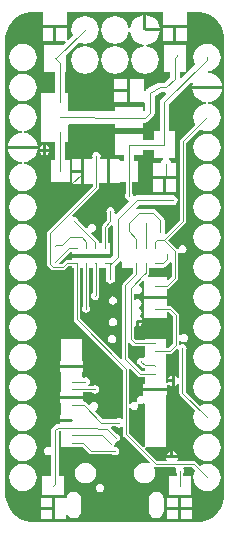
<source format=gbl>
G04*
G04 #@! TF.GenerationSoftware,Altium Limited,Altium Designer,19.1.8 (144)*
G04*
G04 Layer_Physical_Order=4*
G04 Layer_Color=16711680*
%FSLAX44Y44*%
%MOMM*%
G71*
G01*
G75*
G36*
X162160Y423854D02*
X166321Y422131D01*
X170065Y419629D01*
X173249Y416445D01*
X175751Y412701D01*
X177474Y408540D01*
X178353Y404124D01*
Y401872D01*
Y15792D01*
Y13541D01*
X177474Y9125D01*
X175751Y4964D01*
X173249Y1220D01*
X170065Y-1964D01*
X166321Y-4466D01*
X162160Y-6189D01*
X157744Y-7067D01*
X17062D01*
X14686Y-7067D01*
X10024Y-6140D01*
X5633Y-4321D01*
X1681Y-1681D01*
X-1681Y1681D01*
X-4321Y5633D01*
X-6140Y10024D01*
X-7067Y14686D01*
Y17062D01*
X-7067D01*
Y401872D01*
Y404124D01*
X-6189Y408540D01*
X-4466Y412701D01*
X-1964Y416445D01*
X1220Y419629D01*
X4964Y422131D01*
X9125Y423854D01*
X13541Y424733D01*
X24802D01*
Y414352D01*
X44882D01*
Y424733D01*
X126403D01*
Y414352D01*
X146482D01*
Y424733D01*
X157744D01*
X162160Y423854D01*
D02*
G37*
%LPC*%
G36*
X112312Y422228D02*
Y411017D01*
X123524D01*
X123260Y413020D01*
X121996Y416071D01*
X119986Y418690D01*
X117367Y420700D01*
X114316Y421964D01*
X112312Y422228D01*
D02*
G37*
G36*
X109773D02*
X107769Y421964D01*
X104718Y420700D01*
X102099Y418690D01*
X100089Y416071D01*
X98825Y413020D01*
X98484Y410431D01*
X98471Y410326D01*
X97190D01*
X97176Y410431D01*
X96870Y412755D01*
X95709Y415558D01*
X93862Y417966D01*
X91454Y419813D01*
X88651Y420974D01*
X85642Y421370D01*
X82634Y420974D01*
X79831Y419813D01*
X77424Y417966D01*
X75576Y415558D01*
X74415Y412755D01*
X74019Y409747D01*
X74415Y406738D01*
X75576Y403935D01*
X77424Y401527D01*
X79831Y399680D01*
X82634Y398519D01*
X85642Y398123D01*
X88651Y398519D01*
X91454Y399680D01*
X93862Y401527D01*
X95709Y403935D01*
X96870Y406738D01*
X97176Y409062D01*
X97190Y409167D01*
X98471D01*
X98484Y409062D01*
X98825Y406473D01*
X100089Y403422D01*
X102099Y400803D01*
X104718Y398793D01*
X107769Y397529D01*
X110358Y397188D01*
X110463Y397175D01*
Y395894D01*
X110358Y395880D01*
X108034Y395574D01*
X105231Y394413D01*
X102823Y392565D01*
X100976Y390158D01*
X99815Y387355D01*
X99419Y384347D01*
X99815Y381338D01*
X100976Y378535D01*
X102823Y376128D01*
X105231Y374280D01*
X108034Y373119D01*
X111042Y372723D01*
X114051Y373119D01*
X116854Y374280D01*
X119262Y376128D01*
X121109Y378535D01*
X122270Y381338D01*
X122666Y384347D01*
X122270Y387355D01*
X121109Y390158D01*
X119262Y392565D01*
X116854Y394413D01*
X114051Y395574D01*
X111727Y395880D01*
X111622Y395894D01*
Y397175D01*
X111727Y397188D01*
X114316Y397529D01*
X117367Y398793D01*
X119986Y400803D01*
X121996Y403422D01*
X123260Y406473D01*
X123524Y408476D01*
X111042D01*
Y409747D01*
X109773D01*
Y422228D01*
D02*
G37*
G36*
X60243Y421370D02*
X57234Y420974D01*
X54431Y419813D01*
X52024Y417966D01*
X50176Y415558D01*
X49015Y412755D01*
X48619Y409747D01*
X49015Y406738D01*
X49706Y405070D01*
X46153Y401516D01*
X44882Y402043D01*
Y411813D01*
X36112D01*
Y400793D01*
X43632D01*
X44159Y399523D01*
X41493Y396856D01*
X25819D01*
Y374309D01*
X34620D01*
Y356318D01*
X22953D01*
Y315170D01*
X35174D01*
Y299636D01*
X31288D01*
Y280588D01*
X47336D01*
Y299636D01*
X43461D01*
Y315170D01*
X46067D01*
Y329454D01*
X46967Y330349D01*
X85945Y330119D01*
Y326473D01*
X109059D01*
Y331346D01*
X111068D01*
X112654Y331661D01*
X113998Y332560D01*
X118097Y336659D01*
X118995Y338003D01*
X119311Y339589D01*
Y354070D01*
X125053Y356872D01*
X128223D01*
X128749Y355602D01*
X124622Y351476D01*
X123724Y350132D01*
X123409Y348546D01*
Y323904D01*
X118528D01*
Y316773D01*
X109059D01*
Y321647D01*
X85945D01*
Y303613D01*
X93358D01*
Y299137D01*
X89478D01*
X89042Y300152D01*
X81272D01*
Y290112D01*
Y280072D01*
X89042D01*
X89478Y281089D01*
X94737D01*
Y271835D01*
X94096Y270876D01*
X93830Y269538D01*
X94096Y268201D01*
X94854Y267066D01*
X95989Y266308D01*
X96923Y266123D01*
X97408Y265018D01*
X97423Y264827D01*
X86658Y254062D01*
X85228Y254428D01*
X85063Y254993D01*
X85329Y256331D01*
X85063Y257668D01*
X84305Y258803D01*
X83170Y259561D01*
X81833Y259827D01*
X80495Y259561D01*
X79360Y258803D01*
X78602Y257668D01*
X78336Y256331D01*
X78602Y254993D01*
X78984Y254422D01*
Y248821D01*
X75118Y244956D01*
X74501Y244031D01*
X74284Y242941D01*
X74284Y242941D01*
Y229468D01*
X73041D01*
X71981Y229994D01*
X71764Y231085D01*
X71147Y232009D01*
X71147Y232009D01*
X65723Y237432D01*
X65841Y238005D01*
X66226Y238726D01*
X67316Y238943D01*
X68451Y239700D01*
X69209Y240835D01*
X69475Y242173D01*
X69209Y243510D01*
X68451Y244645D01*
X67316Y245403D01*
X65979Y245669D01*
X64641Y245403D01*
X63506Y244645D01*
X62748Y243510D01*
X62532Y242420D01*
X61811Y242035D01*
X61238Y241917D01*
X54360Y248796D01*
X54226Y249469D01*
X53468Y250603D01*
X52334Y251361D01*
X50996Y251627D01*
X50964Y251621D01*
X49522Y252619D01*
X49479Y252871D01*
X71726Y275119D01*
X72287Y275959D01*
X72484Y276950D01*
Y280072D01*
X78732D01*
Y290112D01*
Y300152D01*
X73599D01*
X72920Y301423D01*
X73124Y301729D01*
X73391Y303067D01*
X73124Y304404D01*
X72367Y305539D01*
X71232Y306297D01*
X69894Y306563D01*
X68557Y306297D01*
X67422Y305539D01*
X66665Y304404D01*
X66398Y303067D01*
X66626Y301922D01*
X66357Y301320D01*
X65856Y300653D01*
X59583D01*
Y290112D01*
Y279573D01*
X67305D01*
Y278023D01*
X28566Y239284D01*
X28005Y238444D01*
X27808Y237453D01*
Y211817D01*
X28005Y210826D01*
X28566Y209986D01*
X31424Y207128D01*
X32264Y206567D01*
X33255Y206370D01*
X41675D01*
X42666Y206567D01*
X43506Y207128D01*
X46286Y209908D01*
X49109D01*
Y207974D01*
X50543D01*
Y164874D01*
X50740Y163883D01*
X51301Y163043D01*
X92468Y121876D01*
Y81321D01*
X91198Y80642D01*
X90530Y81089D01*
X88945Y81404D01*
X87359Y81089D01*
X86280Y80368D01*
X75191D01*
X68738Y86822D01*
X69156Y88200D01*
X69454Y88260D01*
X70589Y89017D01*
X71347Y90152D01*
X71613Y91490D01*
X71347Y92828D01*
X70589Y93962D01*
X69454Y94720D01*
X68116Y94986D01*
X66779Y94720D01*
X65644Y93962D01*
X64886Y92828D01*
X64827Y92529D01*
X63449Y92111D01*
X61237Y94323D01*
X60228Y94997D01*
X59039Y95233D01*
X58973D01*
Y97632D01*
X48876D01*
X38779D01*
Y94203D01*
X39795D01*
Y84102D01*
X38779D01*
Y80673D01*
X48876D01*
Y78133D01*
X38779D01*
Y76010D01*
X37005D01*
X35816Y75774D01*
X34808Y75100D01*
X32518Y72810D01*
X31844Y71802D01*
X31608Y70613D01*
Y57124D01*
X30338Y56445D01*
X30084Y56614D01*
X28747Y56881D01*
X27409Y56614D01*
X26274Y55857D01*
X25517Y54722D01*
X25250Y53384D01*
X25517Y52047D01*
X26274Y50912D01*
X27409Y50155D01*
X28747Y49888D01*
X30084Y50155D01*
X30338Y50324D01*
X31608Y49645D01*
Y31793D01*
X23795D01*
Y15745D01*
X42842D01*
Y31793D01*
X37823D01*
Y69325D01*
X38293Y69795D01*
X39795D01*
Y62719D01*
Y56220D01*
X57956D01*
X57957Y56220D01*
Y56220D01*
X59043Y55747D01*
X63522Y51269D01*
X64362Y50707D01*
X65353Y50510D01*
X83372D01*
X84330Y49870D01*
X85668Y49604D01*
X87006Y49870D01*
X88140Y50628D01*
X88898Y51762D01*
X89164Y53100D01*
X88898Y54438D01*
X88140Y55572D01*
X87006Y56330D01*
X85668Y56596D01*
X84969Y57752D01*
X85176Y58061D01*
X85442Y59399D01*
X85325Y59984D01*
X86363Y61073D01*
X86404Y61064D01*
X87742Y61330D01*
X88877Y62088D01*
X89635Y63223D01*
X89901Y64560D01*
X89635Y65898D01*
X88877Y67033D01*
X87742Y67790D01*
X87527Y67833D01*
X82477Y72883D01*
X83003Y74153D01*
X86280D01*
X87359Y73432D01*
X88945Y73117D01*
X90530Y73432D01*
X91198Y73879D01*
X92468Y73200D01*
Y67301D01*
X92665Y66310D01*
X93227Y65469D01*
X115070Y43626D01*
X114351Y42550D01*
X112933Y43137D01*
X110643Y43438D01*
X108352Y43137D01*
X106218Y42253D01*
X104385Y40846D01*
X102979Y39013D01*
X102094Y36879D01*
X101793Y34588D01*
X102094Y32298D01*
X102979Y30164D01*
X104385Y28331D01*
X106218Y26924D01*
X108352Y26040D01*
X110643Y25739D01*
X112933Y26040D01*
X115068Y26924D01*
X116900Y28331D01*
X118307Y30164D01*
X119191Y32298D01*
X119492Y34588D01*
X119191Y36879D01*
X118410Y38764D01*
X119061Y39534D01*
X119332Y39721D01*
X120226Y39543D01*
X136774D01*
X137452Y38273D01*
X137276Y38009D01*
X137010Y36672D01*
X137276Y35334D01*
X137917Y34375D01*
Y31793D01*
X130983D01*
Y15745D01*
X150030D01*
Y31793D01*
X143096D01*
Y34375D01*
X143736Y35334D01*
X144003Y36672D01*
X143736Y38009D01*
X143561Y38273D01*
X144240Y39543D01*
X151231D01*
X153811Y36963D01*
X153554Y36628D01*
X152393Y33825D01*
X151997Y30816D01*
X152393Y27808D01*
X153554Y25004D01*
X155401Y22597D01*
X157809Y20750D01*
X160612Y19589D01*
X163620Y19193D01*
X166629Y19589D01*
X169432Y20750D01*
X171840Y22597D01*
X173687Y25004D01*
X174848Y27808D01*
X175244Y30816D01*
X174848Y33825D01*
X173687Y36628D01*
X171840Y39035D01*
X169432Y40882D01*
X166629Y42043D01*
X163620Y42439D01*
X160612Y42043D01*
X157809Y40882D01*
X157474Y40625D01*
X154135Y43964D01*
X153295Y44525D01*
X152304Y44722D01*
X138966D01*
X138367Y45842D01*
X138688Y46322D01*
X138829Y47035D01*
X128976D01*
X129117Y46322D01*
X129438Y45842D01*
X128839Y44722D01*
X121299D01*
X111072Y54950D01*
X111598Y56220D01*
X128949D01*
Y62719D01*
Y69219D01*
Y75720D01*
Y82220D01*
Y88720D01*
Y100704D01*
X129965D01*
Y104133D01*
X119869D01*
X109773D01*
Y100830D01*
X109711Y100713D01*
X108871Y99813D01*
X107867Y100012D01*
X106530Y99746D01*
X105395Y98988D01*
X104637Y97854D01*
X104371Y96516D01*
X104597Y95380D01*
X104126Y94873D01*
X103568Y94540D01*
X103299Y94720D01*
X101961Y94986D01*
X100624Y94720D01*
X99489Y93962D01*
X98918Y93107D01*
X97648Y93395D01*
Y122368D01*
X98918Y122894D01*
X105241Y116571D01*
X106081Y116010D01*
X107072Y115813D01*
X110788D01*
Y110102D01*
X109773D01*
Y106673D01*
X119869D01*
X129965D01*
Y108945D01*
X131218Y109988D01*
X131497Y109940D01*
X131714Y109616D01*
X133184Y108633D01*
X133649Y108541D01*
Y111551D01*
X130458D01*
X129548Y110745D01*
X128949Y110985D01*
Y121219D01*
Y127720D01*
Y135313D01*
X131870D01*
X132862Y135510D01*
X133702Y136071D01*
X138064Y140434D01*
X138455Y140376D01*
X139360Y139933D01*
X139563Y138915D01*
X140203Y137956D01*
Y115053D01*
X138933Y114813D01*
X138123Y116025D01*
X136653Y117008D01*
X136188Y117100D01*
Y112821D01*
Y108541D01*
X136653Y108633D01*
X138123Y109616D01*
X138933Y110828D01*
X140203Y110588D01*
Y102444D01*
X140400Y101453D01*
X140961Y100613D01*
X153811Y87763D01*
X153554Y87428D01*
X152393Y84625D01*
X151997Y81616D01*
X152393Y78608D01*
X153554Y75804D01*
X155401Y73397D01*
X157809Y71550D01*
X160612Y70389D01*
X163620Y69993D01*
X166629Y70389D01*
X169432Y71550D01*
X171840Y73397D01*
X173687Y75804D01*
X174848Y78608D01*
X175244Y81616D01*
X174848Y84625D01*
X173687Y87428D01*
X171840Y89835D01*
X169432Y91682D01*
X166629Y92844D01*
X163620Y93239D01*
X160612Y92844D01*
X157809Y91682D01*
X157474Y91425D01*
X145382Y103517D01*
Y137956D01*
X146023Y138915D01*
X146289Y140253D01*
X146023Y141590D01*
X145265Y142725D01*
X144130Y143483D01*
X142793Y143749D01*
X141455Y143483D01*
X140908Y143118D01*
X139638Y143796D01*
Y146647D01*
X139874Y146832D01*
X141573Y146574D01*
X142708Y145816D01*
X144046Y145550D01*
X145384Y145816D01*
X146518Y146574D01*
X147276Y147708D01*
X147542Y149046D01*
X147276Y150384D01*
X146518Y151518D01*
X145384Y152276D01*
X144046Y152542D01*
X142708Y152276D01*
X141573Y151518D01*
X139874Y151260D01*
X139638Y151444D01*
Y168594D01*
X139441Y169585D01*
X138880Y170425D01*
X133757Y175547D01*
X132917Y176109D01*
X131926Y176306D01*
X129290D01*
Y181740D01*
X110242D01*
Y165692D01*
X129290D01*
Y171126D01*
X130854D01*
X134459Y167521D01*
Y144153D01*
X130798Y140492D01*
X128949D01*
Y148085D01*
X110788D01*
Y146992D01*
X103599D01*
X101653Y148938D01*
Y158451D01*
X102773Y159049D01*
X102958Y158925D01*
X103422Y158833D01*
Y163113D01*
X104692D01*
Y164382D01*
X108972D01*
X108880Y164847D01*
X107897Y166317D01*
X107220Y166770D01*
X107165Y168260D01*
X107922Y169395D01*
X108189Y170732D01*
X107922Y172070D01*
X107165Y173205D01*
X106186Y173859D01*
X106102Y174543D01*
X106186Y175226D01*
X107165Y175880D01*
X107922Y177015D01*
X108189Y178353D01*
X107922Y179690D01*
X107165Y180825D01*
X106030Y181583D01*
X104692Y181849D01*
X103355Y181583D01*
X102923Y181294D01*
X101653Y181973D01*
Y186502D01*
X101747Y186587D01*
X102923Y187064D01*
X103689Y186552D01*
X105027Y186286D01*
X106365Y186552D01*
X107499Y187310D01*
X108257Y188445D01*
X108523Y189783D01*
X108257Y191120D01*
X107499Y192255D01*
X106365Y193013D01*
X106054Y193074D01*
X105636Y194452D01*
X109069Y197885D01*
X110242Y197399D01*
Y184692D01*
X129290D01*
Y190296D01*
X129386D01*
X130377Y190494D01*
X131217Y191055D01*
X138274Y198111D01*
X138835Y198951D01*
X139032Y199942D01*
Y221215D01*
X140302Y221601D01*
X140320Y221574D01*
X141455Y220816D01*
X142793Y220550D01*
X144130Y220816D01*
X145265Y221574D01*
X146023Y222708D01*
X146289Y224046D01*
X146023Y225384D01*
X145265Y226518D01*
X144130Y227276D01*
X142793Y227542D01*
X141455Y227276D01*
X140320Y226518D01*
X139563Y225384D01*
X139428Y224709D01*
X138921Y224464D01*
X138064Y224361D01*
X130703Y231723D01*
X145245Y246265D01*
X145807Y247106D01*
X146004Y248097D01*
Y314337D01*
X157474Y325807D01*
X157809Y325550D01*
X160612Y324389D01*
X163620Y323993D01*
X166629Y324389D01*
X169432Y325550D01*
X171840Y327397D01*
X173687Y329804D01*
X174848Y332608D01*
X175244Y335616D01*
X174848Y338624D01*
X173687Y341428D01*
X171840Y343835D01*
X169432Y345682D01*
X166629Y346843D01*
X164200Y347163D01*
Y348444D01*
X166894Y348799D01*
X169945Y350062D01*
X172564Y352072D01*
X174574Y354692D01*
X175838Y357743D01*
X176101Y359746D01*
X163620D01*
X151139D01*
X151403Y357743D01*
X152667Y354692D01*
X154677Y352072D01*
X157296Y350062D01*
X160347Y348799D01*
X163041Y348444D01*
Y347163D01*
X160612Y346843D01*
X157809Y345682D01*
X155401Y343835D01*
X153554Y341428D01*
X152393Y338624D01*
X151997Y335616D01*
X152393Y332608D01*
X153554Y329804D01*
X153811Y329469D01*
X141583Y317241D01*
X141022Y316401D01*
X140824Y315410D01*
Y249169D01*
X128677Y237022D01*
X127507Y237648D01*
X127676Y238498D01*
Y248645D01*
X127676Y248646D01*
X127410Y249984D01*
X126652Y251118D01*
X126652Y251118D01*
X120256Y257514D01*
X119122Y258272D01*
X117784Y258538D01*
X105830D01*
X104492Y258272D01*
X104166Y258055D01*
X103357Y259041D01*
X105647Y261331D01*
X134664D01*
X136250Y261646D01*
X137594Y262544D01*
X138493Y263889D01*
X138808Y265474D01*
X138493Y267060D01*
X137594Y268405D01*
X136250Y269303D01*
X134664Y269618D01*
X103931D01*
X102345Y269303D01*
X102029Y269091D01*
X101522Y269279D01*
X100774Y269781D01*
X100556Y270876D01*
X99916Y271835D01*
Y281089D01*
X105526D01*
Y299137D01*
X101645D01*
Y303613D01*
X109059D01*
Y308486D01*
X118528D01*
Y301356D01*
X126239D01*
X126624Y300086D01*
X125618Y299413D01*
X124635Y297943D01*
X124531Y297419D01*
X117513D01*
Y286399D01*
X127552D01*
X137592D01*
Y297419D01*
X133114D01*
X133010Y297943D01*
X132027Y299413D01*
X131021Y300086D01*
X131406Y301356D01*
X136576D01*
Y323904D01*
X131696D01*
Y346830D01*
X150646Y365779D01*
X151722Y365060D01*
X151403Y364290D01*
X151139Y362286D01*
X163620D01*
X176101D01*
X175838Y364290D01*
X174574Y367340D01*
X172564Y369960D01*
X169945Y371970D01*
X166894Y373233D01*
X164200Y373588D01*
Y374869D01*
X166629Y375189D01*
X169432Y376350D01*
X171840Y378197D01*
X173687Y380604D01*
X174848Y383408D01*
X175244Y386416D01*
X174848Y389425D01*
X173687Y392228D01*
X171840Y394635D01*
X169432Y396482D01*
X166629Y397644D01*
X163620Y398040D01*
X160612Y397644D01*
X157809Y396482D01*
X155401Y394635D01*
X153554Y392228D01*
X152393Y389425D01*
X151997Y386416D01*
X152393Y383408D01*
X153554Y380604D01*
X153640Y380493D01*
X141856Y368710D01*
X140586Y369236D01*
Y374309D01*
X145466D01*
Y396856D01*
X127418D01*
Y374309D01*
X132299D01*
Y369929D01*
X127530Y365160D01*
X124096D01*
X123970Y365135D01*
X123842Y365152D01*
X123181Y364978D01*
X122510Y364844D01*
X122403Y364773D01*
X122279Y364740D01*
X113350Y360383D01*
X112806Y359969D01*
X112237Y359589D01*
X112165Y359482D01*
X112063Y359404D01*
X111719Y358813D01*
X111339Y358245D01*
X110075Y358400D01*
Y368383D01*
X98772D01*
Y358350D01*
Y348317D01*
X109753D01*
X110075Y348317D01*
X111023Y347541D01*
Y341575D01*
X110262Y340975D01*
X109059Y341508D01*
Y344507D01*
X85945D01*
Y341897D01*
X85044Y341002D01*
X46067Y341231D01*
Y356318D01*
X42907D01*
Y374309D01*
X43867D01*
Y387510D01*
X55566Y399210D01*
X57234Y398519D01*
X60243Y398123D01*
X63251Y398519D01*
X66054Y399680D01*
X68461Y401527D01*
X70309Y403935D01*
X71470Y406738D01*
X71866Y409747D01*
X71470Y412755D01*
X70309Y415558D01*
X68461Y417966D01*
X66054Y419813D01*
X63251Y420974D01*
X60243Y421370D01*
D02*
G37*
G36*
X146482Y411813D02*
X137712D01*
Y400793D01*
X146482D01*
Y411813D01*
D02*
G37*
G36*
X135173D02*
X126403D01*
Y400793D01*
X135173D01*
Y411813D01*
D02*
G37*
G36*
X33572D02*
X24802D01*
Y400793D01*
X33572D01*
Y411813D01*
D02*
G37*
G36*
X7664Y398040D02*
X4656Y397644D01*
X1853Y396482D01*
X-554Y394635D01*
X-2402Y392228D01*
X-3563Y389425D01*
X-3959Y386416D01*
X-3563Y383408D01*
X-2402Y380604D01*
X-554Y378197D01*
X1853Y376350D01*
X4656Y375189D01*
X7664Y374793D01*
X10673Y375189D01*
X13476Y376350D01*
X15884Y378197D01*
X17731Y380604D01*
X18892Y383408D01*
X19288Y386416D01*
X18892Y389425D01*
X17731Y392228D01*
X15884Y394635D01*
X13476Y396482D01*
X10673Y397644D01*
X7664Y398040D01*
D02*
G37*
G36*
X85642Y395970D02*
X82634Y395574D01*
X79831Y394413D01*
X77424Y392565D01*
X75576Y390158D01*
X74415Y387355D01*
X74019Y384347D01*
X74415Y381338D01*
X75576Y378535D01*
X77424Y376128D01*
X79831Y374280D01*
X82634Y373119D01*
X85642Y372723D01*
X88651Y373119D01*
X91454Y374280D01*
X93862Y376128D01*
X95709Y378535D01*
X96870Y381338D01*
X97266Y384347D01*
X96870Y387355D01*
X95709Y390158D01*
X93862Y392565D01*
X91454Y394413D01*
X88651Y395574D01*
X85642Y395970D01*
D02*
G37*
G36*
X60243D02*
X57234Y395574D01*
X54431Y394413D01*
X52024Y392565D01*
X50176Y390158D01*
X49015Y387355D01*
X48619Y384347D01*
X49015Y381338D01*
X50176Y378535D01*
X52024Y376128D01*
X54431Y374280D01*
X57234Y373119D01*
X60243Y372723D01*
X63251Y373119D01*
X66054Y374280D01*
X68461Y376128D01*
X70309Y378535D01*
X71470Y381338D01*
X71866Y384347D01*
X71470Y387355D01*
X70309Y390158D01*
X68461Y392565D01*
X66054Y394413D01*
X63251Y395574D01*
X60243Y395970D01*
D02*
G37*
G36*
X96232Y368383D02*
X84929D01*
Y359620D01*
X96232D01*
Y368383D01*
D02*
G37*
G36*
X7664Y372640D02*
X4656Y372243D01*
X1853Y371082D01*
X-554Y369235D01*
X-2402Y366828D01*
X-3563Y364025D01*
X-3959Y361016D01*
X-3563Y358008D01*
X-2402Y355204D01*
X-554Y352797D01*
X1853Y350950D01*
X4656Y349789D01*
X7664Y349393D01*
X10673Y349789D01*
X13476Y350950D01*
X15884Y352797D01*
X17731Y355204D01*
X18892Y358008D01*
X19288Y361016D01*
X18892Y364025D01*
X17731Y366828D01*
X15884Y369235D01*
X13476Y371082D01*
X10673Y372243D01*
X7664Y372640D01*
D02*
G37*
G36*
X96232Y357080D02*
X84929D01*
Y348317D01*
X96232D01*
Y357080D01*
D02*
G37*
G36*
X7664Y347239D02*
X4656Y346843D01*
X1853Y345682D01*
X-554Y343835D01*
X-2402Y341428D01*
X-3563Y338624D01*
X-3959Y335616D01*
X-3563Y332608D01*
X-2402Y329804D01*
X-554Y327397D01*
X1853Y325550D01*
X4656Y324389D01*
X6980Y324083D01*
X7085Y324069D01*
Y322788D01*
X6980Y322774D01*
X4391Y322433D01*
X1340Y321170D01*
X-1279Y319160D01*
X-3289Y316540D01*
X-4553Y313490D01*
X-4816Y311486D01*
X7664D01*
X20145D01*
X19882Y313490D01*
X18618Y316540D01*
X16608Y319160D01*
X13989Y321170D01*
X10938Y322433D01*
X8349Y322774D01*
X8244Y322788D01*
Y324069D01*
X8349Y324083D01*
X10673Y324389D01*
X13476Y325550D01*
X15884Y327397D01*
X17731Y329804D01*
X18892Y332608D01*
X19288Y335616D01*
X18892Y338624D01*
X17731Y341428D01*
X15884Y343835D01*
X13476Y345682D01*
X10673Y346843D01*
X7664Y347239D01*
D02*
G37*
G36*
X27222Y312172D02*
Y309163D01*
X30232D01*
X30140Y309627D01*
X29157Y311097D01*
X27687Y312080D01*
X27222Y312172D01*
D02*
G37*
G36*
X24683D02*
X24218Y312080D01*
X22748Y311097D01*
X21765Y309627D01*
X21673Y309163D01*
X24683D01*
Y312172D01*
D02*
G37*
G36*
X30232Y306623D02*
X27222D01*
Y303613D01*
X27687Y303705D01*
X29157Y304688D01*
X30140Y306158D01*
X30232Y306623D01*
D02*
G37*
G36*
X24683D02*
X21673D01*
X21765Y306158D01*
X22748Y304688D01*
X24218Y303705D01*
X24683Y303613D01*
Y306623D01*
D02*
G37*
G36*
X163620Y321839D02*
X160612Y321443D01*
X157809Y320282D01*
X155401Y318435D01*
X153554Y316028D01*
X152393Y313225D01*
X151997Y310216D01*
X152393Y307208D01*
X153554Y304404D01*
X155401Y301997D01*
X157809Y300150D01*
X160612Y298989D01*
X163620Y298593D01*
X166629Y298989D01*
X169432Y300150D01*
X171840Y301997D01*
X173687Y304404D01*
X174848Y307208D01*
X175244Y310216D01*
X174848Y313225D01*
X173687Y316028D01*
X171840Y318435D01*
X169432Y320282D01*
X166629Y321443D01*
X163620Y321839D01*
D02*
G37*
G36*
X57043Y300653D02*
X49273D01*
Y291383D01*
X57043D01*
Y300653D01*
D02*
G37*
G36*
Y288843D02*
X49273D01*
Y279573D01*
X57043D01*
Y288843D01*
D02*
G37*
G36*
X163620Y296439D02*
X160612Y296043D01*
X157809Y294882D01*
X155401Y293035D01*
X153554Y290628D01*
X152393Y287824D01*
X151997Y284816D01*
X152393Y281808D01*
X153554Y279004D01*
X155401Y276597D01*
X157809Y274750D01*
X160612Y273589D01*
X163620Y273193D01*
X166629Y273589D01*
X169432Y274750D01*
X171840Y276597D01*
X173687Y279004D01*
X174848Y281808D01*
X175244Y284816D01*
X174848Y287824D01*
X173687Y290628D01*
X171840Y293035D01*
X169432Y294882D01*
X166629Y296043D01*
X163620Y296439D01*
D02*
G37*
G36*
X20145Y308946D02*
X7664D01*
X-4816D01*
X-4553Y306943D01*
X-3289Y303892D01*
X-1279Y301272D01*
X1340Y299262D01*
X4391Y297999D01*
X6980Y297658D01*
X7085Y297644D01*
Y296363D01*
X6980Y296349D01*
X4656Y296043D01*
X1853Y294882D01*
X-554Y293035D01*
X-2402Y290628D01*
X-3563Y287824D01*
X-3959Y284816D01*
X-3563Y281808D01*
X-2402Y279004D01*
X-554Y276597D01*
X1853Y274750D01*
X4656Y273589D01*
X7664Y273193D01*
X10673Y273589D01*
X13476Y274750D01*
X15884Y276597D01*
X17731Y279004D01*
X18892Y281808D01*
X19288Y284816D01*
X18892Y287824D01*
X17731Y290628D01*
X15884Y293035D01*
X13476Y294882D01*
X10673Y296043D01*
X8349Y296349D01*
X8244Y296363D01*
Y297644D01*
X8349Y297658D01*
X10938Y297999D01*
X13989Y299262D01*
X16608Y301272D01*
X18618Y303892D01*
X19882Y306943D01*
X20145Y308946D01*
D02*
G37*
G36*
X137592Y283860D02*
X128822D01*
Y272840D01*
X137592D01*
Y283860D01*
D02*
G37*
G36*
X126283D02*
X117513D01*
Y272840D01*
X126283D01*
Y283860D01*
D02*
G37*
G36*
X163620Y271040D02*
X160612Y270644D01*
X157809Y269482D01*
X155401Y267635D01*
X153554Y265228D01*
X152393Y262425D01*
X151997Y259416D01*
X152393Y256408D01*
X153554Y253604D01*
X155401Y251197D01*
X157809Y249350D01*
X160612Y248189D01*
X163620Y247793D01*
X166629Y248189D01*
X169432Y249350D01*
X171840Y251197D01*
X173687Y253604D01*
X174848Y256408D01*
X175244Y259416D01*
X174848Y262425D01*
X173687Y265228D01*
X171840Y267635D01*
X169432Y269482D01*
X166629Y270644D01*
X163620Y271040D01*
D02*
G37*
G36*
X7664D02*
X4656Y270644D01*
X1853Y269482D01*
X-554Y267635D01*
X-2402Y265228D01*
X-3563Y262425D01*
X-3959Y259416D01*
X-3563Y256408D01*
X-2402Y253604D01*
X-554Y251197D01*
X1853Y249350D01*
X4656Y248189D01*
X7664Y247793D01*
X10673Y248189D01*
X13476Y249350D01*
X15884Y251197D01*
X17731Y253604D01*
X18892Y256408D01*
X19288Y259416D01*
X18892Y262425D01*
X17731Y265228D01*
X15884Y267635D01*
X13476Y269482D01*
X10673Y270644D01*
X7664Y271040D01*
D02*
G37*
G36*
X163620Y245639D02*
X160612Y245243D01*
X157809Y244082D01*
X155401Y242235D01*
X153554Y239828D01*
X152393Y237024D01*
X151997Y234016D01*
X152393Y231008D01*
X153554Y228204D01*
X155401Y225797D01*
X157809Y223950D01*
X160612Y222789D01*
X163620Y222393D01*
X166629Y222789D01*
X169432Y223950D01*
X171840Y225797D01*
X173687Y228204D01*
X174848Y231008D01*
X175244Y234016D01*
X174848Y237024D01*
X173687Y239828D01*
X171840Y242235D01*
X169432Y244082D01*
X166629Y245243D01*
X163620Y245639D01*
D02*
G37*
G36*
X7664D02*
X4656Y245243D01*
X1853Y244082D01*
X-554Y242235D01*
X-2402Y239828D01*
X-3563Y237024D01*
X-3959Y234016D01*
X-3563Y231008D01*
X-2402Y228204D01*
X-554Y225797D01*
X1853Y223950D01*
X4656Y222789D01*
X7664Y222393D01*
X10673Y222789D01*
X13476Y223950D01*
X15884Y225797D01*
X17731Y228204D01*
X18892Y231008D01*
X19288Y234016D01*
X18892Y237024D01*
X17731Y239828D01*
X15884Y242235D01*
X13476Y244082D01*
X10673Y245243D01*
X7664Y245639D01*
D02*
G37*
G36*
X163620Y220240D02*
X160612Y219844D01*
X157809Y218682D01*
X155401Y216835D01*
X153554Y214428D01*
X152393Y211625D01*
X151997Y208616D01*
X152393Y205608D01*
X153554Y202804D01*
X155401Y200397D01*
X157809Y198550D01*
X160612Y197389D01*
X163620Y196993D01*
X166629Y197389D01*
X169432Y198550D01*
X171840Y200397D01*
X173687Y202804D01*
X174848Y205608D01*
X175244Y208616D01*
X174848Y211625D01*
X173687Y214428D01*
X171840Y216835D01*
X169432Y218682D01*
X166629Y219844D01*
X163620Y220240D01*
D02*
G37*
G36*
X7664D02*
X4656Y219844D01*
X1853Y218682D01*
X-554Y216835D01*
X-2402Y214428D01*
X-3563Y211625D01*
X-3959Y208616D01*
X-3563Y205608D01*
X-2402Y202804D01*
X-554Y200397D01*
X1853Y198550D01*
X4656Y197389D01*
X7664Y196993D01*
X10673Y197389D01*
X13476Y198550D01*
X15884Y200397D01*
X17731Y202804D01*
X18892Y205608D01*
X19288Y208616D01*
X18892Y211625D01*
X17731Y214428D01*
X15884Y216835D01*
X13476Y218682D01*
X10673Y219844D01*
X7664Y220240D01*
D02*
G37*
G36*
X163620Y194839D02*
X160612Y194443D01*
X157809Y193282D01*
X155401Y191435D01*
X153554Y189028D01*
X152393Y186224D01*
X151997Y183216D01*
X152393Y180208D01*
X153554Y177404D01*
X155401Y174997D01*
X157809Y173150D01*
X160612Y171989D01*
X163620Y171593D01*
X166629Y171989D01*
X169432Y173150D01*
X171840Y174997D01*
X173687Y177404D01*
X174848Y180208D01*
X175244Y183216D01*
X174848Y186224D01*
X173687Y189028D01*
X171840Y191435D01*
X169432Y193282D01*
X166629Y194443D01*
X163620Y194839D01*
D02*
G37*
G36*
X7664D02*
X4656Y194443D01*
X1853Y193282D01*
X-554Y191435D01*
X-2402Y189028D01*
X-3563Y186224D01*
X-3959Y183216D01*
X-3563Y180208D01*
X-2402Y177404D01*
X-554Y174997D01*
X1853Y173150D01*
X4656Y171989D01*
X7664Y171593D01*
X10673Y171989D01*
X13476Y173150D01*
X15884Y174997D01*
X17731Y177404D01*
X18892Y180208D01*
X19288Y183216D01*
X18892Y186224D01*
X17731Y189028D01*
X15884Y191435D01*
X13476Y193282D01*
X10673Y194443D01*
X7664Y194839D01*
D02*
G37*
G36*
X108972Y161842D02*
X105962D01*
Y158833D01*
X106427Y158925D01*
X107897Y159908D01*
X108880Y161378D01*
X108972Y161842D01*
D02*
G37*
G36*
X163620Y169440D02*
X160612Y169044D01*
X157809Y167882D01*
X155401Y166035D01*
X153554Y163628D01*
X152393Y160825D01*
X151997Y157816D01*
X152393Y154808D01*
X153554Y152004D01*
X155401Y149597D01*
X157809Y147750D01*
X160612Y146589D01*
X163620Y146193D01*
X166629Y146589D01*
X169432Y147750D01*
X171840Y149597D01*
X173687Y152004D01*
X174848Y154808D01*
X175244Y157816D01*
X174848Y160825D01*
X173687Y163628D01*
X171840Y166035D01*
X169432Y167882D01*
X166629Y169044D01*
X163620Y169440D01*
D02*
G37*
G36*
X7664D02*
X4656Y169044D01*
X1853Y167882D01*
X-554Y166035D01*
X-2402Y163628D01*
X-3563Y160825D01*
X-3959Y157816D01*
X-3563Y154808D01*
X-2402Y152004D01*
X-554Y149597D01*
X1853Y147750D01*
X4656Y146589D01*
X7664Y146193D01*
X10673Y146589D01*
X13476Y147750D01*
X15884Y149597D01*
X17731Y152004D01*
X18892Y154808D01*
X19288Y157816D01*
X18892Y160825D01*
X17731Y163628D01*
X15884Y166035D01*
X13476Y167882D01*
X10673Y169044D01*
X7664Y169440D01*
D02*
G37*
G36*
X57957Y148085D02*
X39795D01*
Y140719D01*
Y129601D01*
X38779D01*
Y126172D01*
X48876D01*
X58973D01*
Y129601D01*
X57957D01*
Y140719D01*
Y148085D01*
D02*
G37*
G36*
X163620Y144039D02*
X160612Y143644D01*
X157809Y142482D01*
X155401Y140635D01*
X153554Y138228D01*
X152393Y135424D01*
X151997Y132416D01*
X152393Y129408D01*
X153554Y126604D01*
X155401Y124197D01*
X157809Y122350D01*
X160612Y121189D01*
X163620Y120793D01*
X166629Y121189D01*
X169432Y122350D01*
X171840Y124197D01*
X173687Y126604D01*
X174848Y129408D01*
X175244Y132416D01*
X174848Y135424D01*
X173687Y138228D01*
X171840Y140635D01*
X169432Y142482D01*
X166629Y143644D01*
X163620Y144039D01*
D02*
G37*
G36*
X7664D02*
X4656Y143644D01*
X1853Y142482D01*
X-554Y140635D01*
X-2402Y138228D01*
X-3563Y135424D01*
X-3959Y132416D01*
X-3563Y129408D01*
X-2402Y126604D01*
X-554Y124197D01*
X1853Y122350D01*
X4656Y121189D01*
X7664Y120793D01*
X10673Y121189D01*
X13476Y122350D01*
X15884Y124197D01*
X17731Y126604D01*
X18892Y129408D01*
X19288Y132416D01*
X18892Y135424D01*
X17731Y138228D01*
X15884Y140635D01*
X13476Y142482D01*
X10673Y143644D01*
X7664Y144039D01*
D02*
G37*
G36*
X133649Y117100D02*
X133184Y117008D01*
X131714Y116025D01*
X130731Y114555D01*
X130639Y114090D01*
X133649D01*
Y117100D01*
D02*
G37*
G36*
X58973Y123632D02*
X48876D01*
X38779D01*
Y120203D01*
X39795D01*
Y114719D01*
Y103601D01*
X38779D01*
Y100172D01*
X48876D01*
X58973D01*
Y102813D01*
X66433D01*
X67391Y102173D01*
X68729Y101906D01*
X70067Y102173D01*
X71201Y102930D01*
X71959Y104065D01*
X72225Y105403D01*
X71959Y106741D01*
X71201Y107875D01*
X70067Y108633D01*
X68729Y108899D01*
X67391Y108633D01*
X66433Y107992D01*
X63406D01*
X63020Y109262D01*
X63606Y109654D01*
X64364Y110788D01*
X64630Y112126D01*
X64364Y113464D01*
X63606Y114598D01*
X62472Y115356D01*
X61134Y115622D01*
X59796Y115356D01*
X59226Y114976D01*
X57957Y115654D01*
Y120203D01*
X58973D01*
Y123632D01*
D02*
G37*
G36*
X163620Y118639D02*
X160612Y118244D01*
X157809Y117082D01*
X155401Y115235D01*
X153554Y112828D01*
X152393Y110024D01*
X151997Y107016D01*
X152393Y104008D01*
X153554Y101204D01*
X155401Y98797D01*
X157809Y96950D01*
X160612Y95789D01*
X163620Y95393D01*
X166629Y95789D01*
X169432Y96950D01*
X171840Y98797D01*
X173687Y101204D01*
X174848Y104008D01*
X175244Y107016D01*
X174848Y110024D01*
X173687Y112828D01*
X171840Y115235D01*
X169432Y117082D01*
X166629Y118244D01*
X163620Y118639D01*
D02*
G37*
G36*
X7664D02*
X4656Y118244D01*
X1853Y117082D01*
X-554Y115235D01*
X-2402Y112828D01*
X-3563Y110024D01*
X-3959Y107016D01*
X-3563Y104008D01*
X-2402Y101204D01*
X-554Y98797D01*
X1853Y96950D01*
X4656Y95789D01*
X7664Y95393D01*
X10673Y95789D01*
X13476Y96950D01*
X15884Y98797D01*
X17731Y101204D01*
X18892Y104008D01*
X19288Y107016D01*
X18892Y110024D01*
X17731Y112828D01*
X15884Y115235D01*
X13476Y117082D01*
X10673Y118244D01*
X7664Y118639D01*
D02*
G37*
G36*
Y93239D02*
X4656Y92844D01*
X1853Y91682D01*
X-554Y89835D01*
X-2402Y87428D01*
X-3563Y84625D01*
X-3959Y81616D01*
X-3563Y78608D01*
X-2402Y75804D01*
X-554Y73397D01*
X1853Y71550D01*
X4656Y70389D01*
X7664Y69993D01*
X10673Y70389D01*
X13476Y71550D01*
X15884Y73397D01*
X17731Y75804D01*
X18892Y78608D01*
X19288Y81616D01*
X18892Y84625D01*
X17731Y87428D01*
X15884Y89835D01*
X13476Y91682D01*
X10673Y92844D01*
X7664Y93239D01*
D02*
G37*
G36*
X135173Y53231D02*
Y49574D01*
X138829D01*
X138688Y50287D01*
X137565Y51967D01*
X135885Y53090D01*
X135173Y53231D01*
D02*
G37*
G36*
X132633D02*
X131920Y53090D01*
X130240Y51967D01*
X129117Y50287D01*
X128976Y49574D01*
X132633D01*
Y53231D01*
D02*
G37*
G36*
X163620Y67839D02*
X160612Y67443D01*
X157809Y66282D01*
X155401Y64435D01*
X153554Y62028D01*
X152393Y59225D01*
X151997Y56216D01*
X152393Y53208D01*
X153554Y50404D01*
X155401Y47997D01*
X157809Y46150D01*
X160612Y44989D01*
X163620Y44593D01*
X166629Y44989D01*
X169432Y46150D01*
X171840Y47997D01*
X173687Y50404D01*
X174848Y53208D01*
X175244Y56216D01*
X174848Y59225D01*
X173687Y62028D01*
X171840Y64435D01*
X169432Y66282D01*
X166629Y67443D01*
X163620Y67839D01*
D02*
G37*
G36*
X7664D02*
X4656Y67443D01*
X1853Y66282D01*
X-554Y64435D01*
X-2402Y62028D01*
X-3563Y59225D01*
X-3959Y56216D01*
X-3563Y53208D01*
X-2402Y50404D01*
X-554Y47997D01*
X1853Y46150D01*
X4656Y44989D01*
X7664Y44593D01*
X10673Y44989D01*
X13476Y46150D01*
X15884Y47997D01*
X17731Y50404D01*
X18892Y53208D01*
X19288Y56216D01*
X18892Y59225D01*
X17731Y62028D01*
X15884Y64435D01*
X13476Y66282D01*
X10673Y67443D01*
X7664Y67839D01*
D02*
G37*
G36*
X60642Y43438D02*
X58352Y43137D01*
X56217Y42253D01*
X54385Y40846D01*
X52978Y39013D01*
X52094Y36879D01*
X51793Y34588D01*
X52094Y32298D01*
X52978Y30164D01*
X54385Y28331D01*
X56217Y26924D01*
X58352Y26040D01*
X60642Y25739D01*
X62933Y26040D01*
X65067Y26924D01*
X66900Y28331D01*
X68306Y30164D01*
X69191Y32298D01*
X69492Y34588D01*
X69191Y36879D01*
X68306Y39013D01*
X66900Y40846D01*
X65067Y42253D01*
X62933Y43137D01*
X60642Y43438D01*
D02*
G37*
G36*
X7664Y42439D02*
X4656Y42043D01*
X1853Y40882D01*
X-554Y39035D01*
X-2402Y36628D01*
X-3563Y33825D01*
X-3959Y30816D01*
X-3563Y27808D01*
X-2402Y25004D01*
X-554Y22597D01*
X1853Y20750D01*
X4656Y19589D01*
X7664Y19193D01*
X10673Y19589D01*
X13476Y20750D01*
X15884Y22597D01*
X17731Y25004D01*
X18892Y27808D01*
X19288Y30816D01*
X18892Y33825D01*
X17731Y36628D01*
X15884Y39035D01*
X13476Y40882D01*
X10673Y42043D01*
X7664Y42439D01*
D02*
G37*
G36*
X72943Y25639D02*
X71605Y25373D01*
X70470Y24615D01*
X69713Y23480D01*
X69446Y22143D01*
X69713Y20805D01*
X70470Y19670D01*
X71605Y18913D01*
X72943Y18646D01*
X74280Y18913D01*
X75415Y19670D01*
X76172Y20805D01*
X76439Y22143D01*
X76172Y23480D01*
X75415Y24615D01*
X74280Y25373D01*
X72943Y25639D01*
D02*
G37*
G36*
X151046Y13808D02*
X141777D01*
Y6038D01*
X151046D01*
Y13808D01*
D02*
G37*
G36*
X139236D02*
X129966D01*
Y6038D01*
X139236D01*
Y13808D01*
D02*
G37*
G36*
X32048D02*
X22778D01*
Y6038D01*
X32048D01*
Y13808D01*
D02*
G37*
G36*
X120643Y18735D02*
X118195Y18248D01*
X116119Y16862D01*
X114733Y14786D01*
X114246Y12338D01*
Y2838D01*
X114733Y390D01*
X116119Y-1685D01*
X118195Y-3072D01*
X120643Y-3559D01*
X123091Y-3072D01*
X125166Y-1685D01*
X126553Y390D01*
X127040Y2838D01*
Y12338D01*
X126553Y14786D01*
X125166Y16862D01*
X123091Y18248D01*
X120643Y18735D01*
D02*
G37*
G36*
X50642D02*
X48194Y18248D01*
X46119Y16862D01*
X44732Y14786D01*
X44720Y14722D01*
X43858Y13808D01*
X43243Y13808D01*
X34588D01*
Y4768D01*
Y-4272D01*
X43858D01*
Y-588D01*
X45128Y-203D01*
X46119Y-1685D01*
X48194Y-3072D01*
X50642Y-3559D01*
X53090Y-3072D01*
X55166Y-1685D01*
X56552Y390D01*
X57039Y2838D01*
Y12338D01*
X56552Y14786D01*
X55166Y16862D01*
X53090Y18248D01*
X50642Y18735D01*
D02*
G37*
G36*
X151046Y3498D02*
X141777D01*
Y-4272D01*
X151046D01*
Y3498D01*
D02*
G37*
G36*
X139236D02*
X129966D01*
Y-4272D01*
X139236D01*
Y3498D01*
D02*
G37*
G36*
X32048D02*
X22778D01*
Y-4272D01*
X32048D01*
Y3498D01*
D02*
G37*
%LPD*%
G36*
X84043Y244027D02*
Y219443D01*
X82191Y217591D01*
X81157Y217022D01*
X49109D01*
Y215088D01*
X45213D01*
X44222Y214890D01*
X43382Y214329D01*
X40608Y211555D01*
X39353Y211599D01*
X38558Y212615D01*
X38540Y212819D01*
X47816Y222095D01*
X49109D01*
Y220420D01*
X81157D01*
Y229468D01*
X79981D01*
Y241761D01*
X82773Y244553D01*
X84043Y244027D01*
D02*
G37*
G36*
X133322Y212930D02*
X133853Y212605D01*
Y201015D01*
X130464Y197626D01*
X129290Y198112D01*
Y200740D01*
X113849D01*
X113322Y202010D01*
X113598Y202285D01*
X114159Y203125D01*
X114356Y204116D01*
Y207974D01*
X123790D01*
Y208354D01*
X126138D01*
X127723Y208669D01*
X129068Y209568D01*
X132583Y213083D01*
X133322Y212930D01*
D02*
G37*
G36*
X91742Y213626D02*
Y207974D01*
X101177D01*
Y203845D01*
X92660Y195328D01*
X92098Y194488D01*
X91901Y193497D01*
Y131564D01*
X90631Y131038D01*
X55722Y165947D01*
Y207974D01*
X58669D01*
Y176077D01*
X58028Y175118D01*
X57762Y173780D01*
X58028Y172443D01*
X58786Y171308D01*
X59921Y170550D01*
X61259Y170284D01*
X62596Y170550D01*
X63731Y171308D01*
X64489Y172443D01*
X64755Y173780D01*
X64489Y175118D01*
X63848Y176077D01*
Y207974D01*
X66614D01*
Y187313D01*
X66406Y187175D01*
X65648Y186040D01*
X65382Y184702D01*
X65648Y183365D01*
X66406Y182230D01*
X67541Y181472D01*
X68878Y181206D01*
X70216Y181472D01*
X71351Y182230D01*
X72108Y183365D01*
X72375Y184702D01*
X72108Y186040D01*
X71794Y186512D01*
Y207974D01*
X77689D01*
Y198927D01*
X78004Y197341D01*
X78903Y195996D01*
X80247Y195098D01*
X81833Y194783D01*
X83418Y195098D01*
X84762Y195996D01*
X85661Y197341D01*
X85976Y198927D01*
Y209656D01*
X90472Y214153D01*
X91742Y213626D01*
D02*
G37*
G36*
X100695Y142571D02*
X101535Y142010D01*
X102526Y141813D01*
X110788D01*
Y132778D01*
X109518Y132099D01*
X109205Y132309D01*
X107867Y132575D01*
X106530Y132309D01*
X105395Y131551D01*
X104637Y130416D01*
X104371Y129079D01*
X104637Y127741D01*
X105395Y126606D01*
X106530Y125849D01*
X107137Y125728D01*
X109008Y123856D01*
X109848Y123295D01*
X110788Y123108D01*
Y120992D01*
X108145D01*
X97081Y132056D01*
Y144389D01*
X98351Y144915D01*
X100695Y142571D01*
D02*
G37*
G36*
X110788Y92816D02*
Y82220D01*
Y75720D01*
Y69219D01*
Y57029D01*
X109518Y56503D01*
X97648Y68373D01*
Y89585D01*
X98918Y89873D01*
X99489Y89017D01*
X100624Y88260D01*
X101961Y87993D01*
X103299Y88260D01*
X104434Y89017D01*
X105191Y90152D01*
X105458Y91490D01*
X105232Y92626D01*
X105703Y93133D01*
X106261Y93466D01*
X106530Y93286D01*
X107867Y93020D01*
X109205Y93286D01*
X109518Y93495D01*
X110788Y92816D01*
D02*
G37*
%LPC*%
G36*
X83864Y184198D02*
X82527Y183932D01*
X81392Y183174D01*
X80634Y182039D01*
X80368Y180702D01*
X80634Y179364D01*
X81392Y178229D01*
X82527Y177472D01*
X83864Y177205D01*
X85202Y177472D01*
X86337Y178229D01*
X87095Y179364D01*
X87361Y180702D01*
X87095Y182039D01*
X86337Y183174D01*
X85202Y183932D01*
X83864Y184198D01*
D02*
G37*
G36*
X83864Y165847D02*
X82527Y165581D01*
X81392Y164823D01*
X80634Y163688D01*
X80368Y162351D01*
X80634Y161013D01*
X81392Y159878D01*
X82527Y159121D01*
X83864Y158854D01*
X85202Y159121D01*
X86337Y159878D01*
X87094Y161013D01*
X87361Y162351D01*
X87094Y163688D01*
X86337Y164823D01*
X85202Y165581D01*
X83864Y165847D01*
D02*
G37*
G36*
X83357Y151623D02*
X82019Y151356D01*
X80884Y150599D01*
X80126Y149464D01*
X79860Y148126D01*
X80126Y146789D01*
X80884Y145654D01*
X82019Y144896D01*
X83357Y144630D01*
X84694Y144896D01*
X85829Y145654D01*
X86587Y146789D01*
X86853Y148126D01*
X86587Y149464D01*
X85829Y150599D01*
X84694Y151356D01*
X83357Y151623D01*
D02*
G37*
%LPD*%
D15*
X69132Y224944D02*
Y229994D01*
X50996Y248131D02*
X69132Y229994D01*
X46636Y224944D02*
X53133D01*
X35096Y213405D02*
X46636Y224944D01*
X35504Y227274D02*
X40845D01*
X34843Y226612D02*
X35504Y227274D01*
X40845D02*
X47587Y234016D01*
X81833Y247641D02*
Y256331D01*
X77133Y242941D02*
X81833Y247641D01*
X77133Y224944D02*
Y242941D01*
X47587Y234016D02*
X57336D01*
X61130Y230223D01*
Y224946D02*
Y230223D01*
Y224946D02*
X61132Y224944D01*
D35*
X74942Y66403D02*
X81946Y59399D01*
X48876Y66403D02*
X74942D01*
X69894Y276950D02*
Y303067D01*
X30398Y237453D02*
X69894Y276950D01*
X30398Y211817D02*
Y237453D01*
Y211817D02*
X33255Y208960D01*
X41675D01*
X45213Y212498D01*
X53133D01*
X152304Y42133D02*
X163620Y30816D01*
X120226Y42133D02*
X152304D01*
X95058Y67301D02*
X120226Y42133D01*
X69204Y185028D02*
Y212426D01*
X69132Y212498D02*
X69204Y212426D01*
X68878Y184702D02*
X69204Y185028D01*
X61259Y173780D02*
Y212110D01*
X61005Y212364D02*
X61259Y212110D01*
X97326Y269538D02*
Y289937D01*
X97502Y290112D01*
X65353Y53100D02*
X85668D01*
X58550Y59903D02*
X65353Y53100D01*
X48876Y59903D02*
X58550D01*
X95058Y67301D02*
Y122948D01*
X53133Y164874D02*
X95058Y122948D01*
X61005Y212364D02*
X61132Y212492D01*
X127040Y231723D02*
X136442Y222320D01*
Y199942D02*
Y222320D01*
X129386Y192886D02*
X136442Y199942D01*
X119937Y192886D02*
X129386D01*
X119766Y192716D02*
X119937Y192886D01*
X99063Y147866D02*
Y191542D01*
X94491Y130984D02*
Y193497D01*
X99063Y191542D02*
X110294Y202772D01*
X99063Y147866D02*
X102526Y144402D01*
X119869D01*
X94491Y130984D02*
X107072Y118402D01*
X94491Y193497D02*
X103766Y202772D01*
Y212498D01*
X110294Y202772D02*
X110422D01*
X111766Y204116D01*
Y212498D01*
X143414Y248097D02*
Y315410D01*
X163620Y335616D01*
X127040Y231723D02*
X143414Y248097D01*
X107867Y128660D02*
Y129079D01*
Y128660D02*
X110840Y125688D01*
X119084D01*
X119869Y124902D01*
X48876Y105403D02*
X68729D01*
X60617Y111609D02*
X61134Y112126D01*
X49169Y111609D02*
X60617D01*
X61130Y212495D02*
X61132Y212492D01*
X48876Y111903D02*
X49169Y111609D01*
X61130Y212495D02*
X61132Y212498D01*
X137048Y143080D02*
Y168594D01*
X131870Y137902D02*
X137048Y143080D01*
X131926Y173716D02*
X137048Y168594D01*
X119869Y137902D02*
X131870D01*
X119766Y173716D02*
X131926D01*
X140472Y23803D02*
X140506Y23837D01*
X142793Y102444D02*
Y140253D01*
Y102444D02*
X163620Y81616D01*
X107072Y118402D02*
X119869D01*
X53133Y164874D02*
Y212498D01*
X121266Y231723D02*
X127040D01*
X119766Y230223D02*
X121266Y231723D01*
X119766Y224944D02*
Y230223D01*
X140506Y23837D02*
Y36672D01*
X140472Y23803D02*
X140506Y23769D01*
D42*
X37005Y72902D02*
X48876D01*
X34715Y70613D02*
X37005Y72902D01*
X34715Y25166D02*
Y70613D01*
X33319Y23769D02*
X34715Y25166D01*
X127552Y285130D02*
X128822Y286399D01*
Y296208D01*
X35859Y96840D02*
X37644Y98625D01*
X48599D01*
X48876Y98902D01*
X35859Y81579D02*
Y96840D01*
Y81579D02*
X37757Y79680D01*
X48599D01*
X48876Y79403D01*
X131506Y102729D02*
X133903Y100332D01*
X129109Y105125D02*
X131506Y102729D01*
X134918Y106141D01*
Y112821D01*
X59039Y92126D02*
X73904Y77260D01*
X88945D01*
X25952Y283225D02*
Y307892D01*
Y283225D02*
X31129Y278048D01*
X47749D01*
X58313Y288612D01*
Y290112D01*
X79292Y71673D02*
X86404Y64560D01*
X71590Y71673D02*
X79292D01*
X70396Y72866D02*
X71590Y71673D01*
X48912Y72866D02*
X70396D01*
X120146Y105125D02*
X129109D01*
X133903Y48305D02*
Y100332D01*
X119869Y105403D02*
X120146Y105125D01*
X49153Y92126D02*
X59039D01*
X48876Y92402D02*
X49153Y92126D01*
X48876Y72902D02*
X48912Y72866D01*
D43*
X138177Y387317D02*
Y388788D01*
X136442Y385583D02*
X138177Y387317D01*
X111068Y335490D02*
X115167Y339589D01*
X97502Y335490D02*
X111068D01*
X81833Y198927D02*
Y211373D01*
X82958Y212498D01*
X126138D02*
X129838Y216199D01*
X119766Y212498D02*
X126138D01*
X129838Y216199D02*
Y220263D01*
X88186Y249730D02*
X103931Y265474D01*
X88186Y217726D02*
Y249730D01*
X77133Y212498D02*
X82958D01*
X88186Y217726D01*
X103931Y265474D02*
X134664D01*
X115167Y339589D02*
Y356659D01*
X124096Y361016D01*
X129246D01*
X136442Y368212D01*
Y385583D01*
X127552Y312630D02*
Y348546D01*
X163620Y384614D01*
X97502Y312630D02*
X127552D01*
X34843Y385583D02*
X36079D01*
X39312Y290112D02*
X39318Y290118D01*
Y323328D01*
X39323Y323333D01*
X38764Y348891D02*
X39323Y348332D01*
X38764Y348891D02*
Y381661D01*
X34843Y385583D02*
X38764Y381661D01*
X36079Y385583D02*
X60243Y409747D01*
X97502Y290112D02*
Y312630D01*
X163620Y384614D02*
Y386416D01*
D44*
X97502Y239328D02*
X103766Y233064D01*
Y224944D02*
Y233064D01*
X124180Y238498D02*
Y248646D01*
X117784Y255042D02*
X124180Y248646D01*
X105830Y255042D02*
X117784D01*
X97502Y246714D02*
X105830Y255042D01*
X97502Y239328D02*
Y246714D01*
X112211Y225388D02*
Y246535D01*
X111766Y224944D02*
X112211Y225388D01*
D45*
X29323Y348332D02*
D03*
Y335832D02*
D03*
Y323333D02*
D03*
X39323D02*
D03*
Y335832D02*
D03*
Y348332D02*
D03*
D46*
X111042Y384347D02*
D03*
X85642D02*
D03*
X60243D02*
D03*
X111042Y409747D02*
D03*
X85642D02*
D03*
X60243D02*
D03*
X163620Y386416D02*
D03*
Y361016D02*
D03*
Y335616D02*
D03*
Y310216D02*
D03*
Y284816D02*
D03*
Y259416D02*
D03*
Y234016D02*
D03*
Y208616D02*
D03*
Y183216D02*
D03*
Y157816D02*
D03*
Y132416D02*
D03*
Y107016D02*
D03*
Y81616D02*
D03*
Y56216D02*
D03*
Y30816D02*
D03*
X7664Y386416D02*
D03*
Y361016D02*
D03*
Y335616D02*
D03*
Y310216D02*
D03*
Y284816D02*
D03*
Y259416D02*
D03*
Y234016D02*
D03*
Y208616D02*
D03*
Y183216D02*
D03*
Y157816D02*
D03*
Y132416D02*
D03*
Y107016D02*
D03*
Y81616D02*
D03*
Y56216D02*
D03*
Y30816D02*
D03*
D47*
X60642Y34588D02*
D03*
X110643D02*
D03*
D48*
X50642Y7588D02*
D03*
X120643D02*
D03*
D49*
X28747Y53384D02*
D03*
X72943Y22143D02*
D03*
X81946Y59399D02*
D03*
X128822Y296208D02*
D03*
X25952Y307892D02*
D03*
X69894Y303067D02*
D03*
X83864Y180702D02*
D03*
X83864Y162351D02*
D03*
X83357Y148126D02*
D03*
X35096Y213405D02*
D03*
X61259Y173780D02*
D03*
X68878Y184702D02*
D03*
X134918Y112821D02*
D03*
X104692Y163113D02*
D03*
X34843Y226612D02*
D03*
X97326Y269538D02*
D03*
X86404Y64560D02*
D03*
X85668Y53100D02*
D03*
X81833Y256331D02*
D03*
X142793Y224046D02*
D03*
X104692Y178353D02*
D03*
Y170732D02*
D03*
X105027Y189783D02*
D03*
X107867Y96516D02*
D03*
X35791Y234059D02*
D03*
X41448Y241781D02*
D03*
X50996Y248131D02*
D03*
X107867Y129079D02*
D03*
X68116Y91490D02*
D03*
X101961D02*
D03*
X68729Y105403D02*
D03*
X61134Y112126D02*
D03*
X144046Y149046D02*
D03*
X142793Y140253D02*
D03*
X112211Y246535D02*
D03*
X124180Y238498D02*
D03*
X105830Y242173D02*
D03*
X65979D02*
D03*
X140506Y36672D02*
D03*
D50*
X138177Y388788D02*
D03*
X81833Y198927D02*
D03*
X88945Y77260D02*
D03*
X133903Y48305D02*
D03*
X134664Y265474D02*
D03*
X129838Y220263D02*
D03*
D51*
X39323Y335832D02*
X97502Y335490D01*
D52*
X33319Y23769D02*
D03*
Y4768D02*
D03*
X140506Y23769D02*
D03*
Y4768D02*
D03*
X119766Y173716D02*
D03*
Y192716D02*
D03*
D53*
X48876Y144402D02*
D03*
Y137902D02*
D03*
Y131403D02*
D03*
Y124902D02*
D03*
Y118402D02*
D03*
Y111903D02*
D03*
Y105403D02*
D03*
Y98902D02*
D03*
Y92402D02*
D03*
Y85903D02*
D03*
Y79403D02*
D03*
Y72902D02*
D03*
Y66403D02*
D03*
Y59903D02*
D03*
X119869D02*
D03*
Y66403D02*
D03*
Y72902D02*
D03*
Y79403D02*
D03*
Y85903D02*
D03*
Y92402D02*
D03*
Y98902D02*
D03*
Y105403D02*
D03*
Y111903D02*
D03*
Y118402D02*
D03*
Y124902D02*
D03*
Y131403D02*
D03*
Y137902D02*
D03*
Y144402D02*
D03*
D54*
X95766Y212498D02*
D03*
X103766D02*
D03*
X111766D02*
D03*
X119766D02*
D03*
X95766Y224944D02*
D03*
X103766D02*
D03*
X111766D02*
D03*
X119766D02*
D03*
X77133D02*
D03*
X69132D02*
D03*
X61132D02*
D03*
X53133D02*
D03*
X77133Y212498D02*
D03*
X69132D02*
D03*
X61132D02*
D03*
X53133D02*
D03*
D55*
X39312Y290112D02*
D03*
X58313D02*
D03*
D56*
X97502Y358350D02*
D03*
Y335490D02*
D03*
Y312630D02*
D03*
D57*
X34510Y335744D02*
D03*
D58*
X127552Y312630D02*
D03*
Y285130D02*
D03*
X136442Y385583D02*
D03*
Y413083D02*
D03*
X34843Y385583D02*
D03*
Y413083D02*
D03*
D59*
X80002Y290112D02*
D03*
X97502D02*
D03*
M02*

</source>
